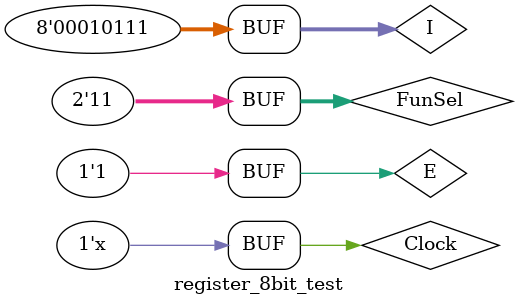
<source format=v>
`timescale 1ns / 1ps


module register_8bit_test();
    reg [7:0] I;
    reg Clock;
    reg E;
    reg [1:0] FunSel;
    wire [7:0] Q;
    
    reg_8bit uut(I, Clock, E, FunSel, Q);
    
    initial begin
        Clock=0; I=8'h17; E=0; FunSel=2'b10; #166.66;
        I=8'h17; E=1; FunSel=2'b10; #166.66;
        I=8'h17; E=1; FunSel=2'b01; #166.66;
        I=8'h17; E=1; FunSel=2'b00; #166.66;
        I=8'h17; E=1; FunSel=2'b00; #166.66;
        I=8'h17; E=1; FunSel=2'b11; #166.66;
    end
    
    always begin
        Clock <= ~Clock; #83.33;
        Clock <= ~Clock; #83.33;
    end
endmodule

</source>
